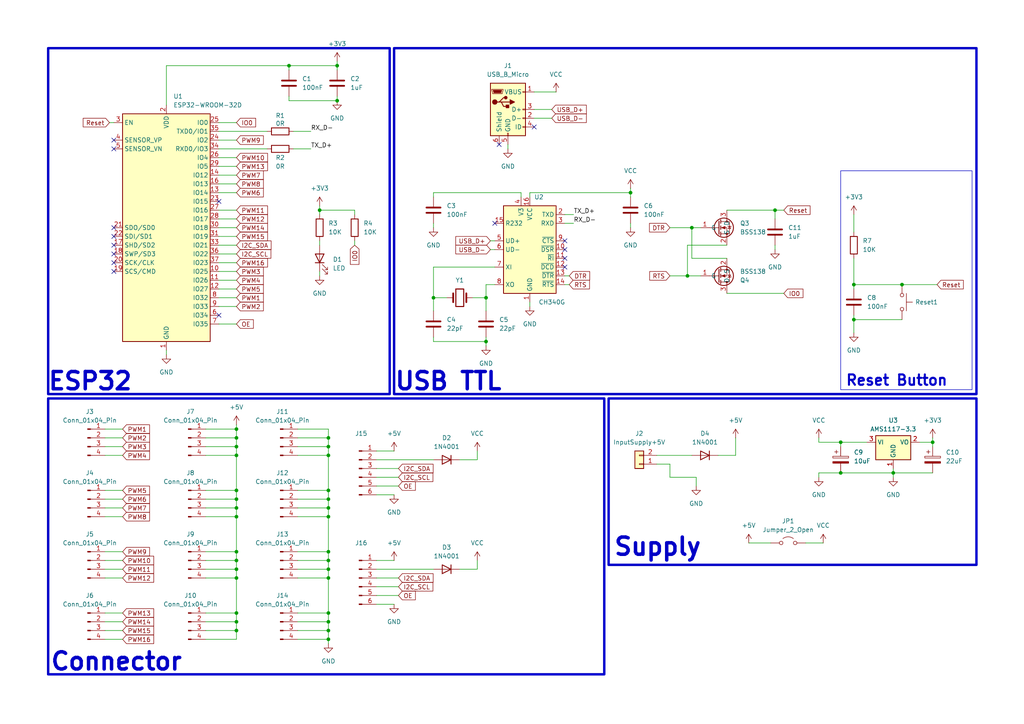
<source format=kicad_sch>
(kicad_sch (version 20250114) (generator "eeschema") (generator_version "9.0")
  (paper "A4")
  (title_block (title "PCA9685_ESP32") (date "2025-01-25") (rev "1"))
  (lib_symbols
    (symbol "+3V3_1" (power) (pin_numbers (hide yes)) (pin_names (offset 0) (hide yes))
      (property "Value" "+3V3" (at 0 3.556 0))
      (symbol "+3V3_1_1_1"
        (pin power_in line (at 0 0 90) (length 0) (name "~") (number "1"))
      )
    )
    (symbol "+5V_1" (power) (pin_numbers (hide yes)) (pin_names (offset 0) (hide yes))
      (property "Value" "+5V" (at 0 3.556 0))
      (symbol "+5V_1_1_1"
        (pin power_in line (at 0 0 90) (length 0) (name "~") (number "1"))
      )
    )
    (symbol "+5V_2" (power) (pin_numbers (hide yes)) (pin_names (offset 0) (hide yes))
      (property "Value" "+5V" (at 0 3.556 0))
      (symbol "+5V_2_1_1"
        (pin power_in line (at 0 0 90) (length 0) (name "~") (number "1"))
      )
    )
    (symbol "Connector:Conn_01x04_Pin" (pin_names (offset 1.016) (hide yes))
      (property "Reference" "J" (at 0 5.08 0))
      (property "Value" "Conn_01x04_Pin" (at 0 -7.62 0))
      (symbol "Conn_01x04_Pin_1_1"
        (pin passive line (at 5.08 2.54 180) (length 3.81) (name "Pin_1") (number "1"))
        (pin passive line (at 5.08 0 180) (length 3.81) (name "Pin_2") (number "2"))
        (pin passive line (at 5.08 -2.54 180) (length 3.81) (name "Pin_3") (number "3"))
        (pin passive line (at 5.08 -5.08 180) (length 3.81) (name "Pin_4") (number "4"))
      )
    )
    (symbol "Connector:Conn_01x06_Pin" (pin_names (offset 1.016) (hide yes))
      (property "Reference" "J" (at 0 7.62 0))
      (property "Value" "Conn_01x06_Pin" (at 0 -10.16 0))
      (symbol "Conn_01x06_Pin_1_1"
        (pin passive line (at 5.08 5.08 180) (length 3.81) (name "Pin_1") (number "1"))
        (pin passive line (at 5.08 2.54 180) (length 3.81) (name "Pin_2") (number "2"))
        (pin passive line (at 5.08 0 180) (length 3.81) (name "Pin_3") (number "3"))
        (pin passive line (at 5.08 -2.54 180) (length 3.81) (name "Pin_4") (number "4"))
        (pin passive line (at 5.08 -5.08 180) (length 3.81) (name "Pin_5") (number "5"))
        (pin passive line (at 5.08 -7.62 180) (length 3.81) (name "Pin_6") (number "6"))
      )
    )
    (symbol "Connector:USB_B_Micro" (pin_names (offset 1.016))
      (property "Reference" "J" (at -5.08 11.43 0))
      (property "Value" "USB_B_Micro" (at -5.08 8.89 0))
      (symbol "USB_B_Micro_1_1"
        (pin passive line (at -2.54 -10.16 90) (length 2.54) (name "Shield") (number "6"))
        (pin power_out line (at 0 -10.16 90) (length 2.54) (name "GND") (number "5"))
        (pin power_out line (at 7.62 5.08 180) (length 2.54) (name "VBUS") (number "1"))
        (pin bidirectional line (at 7.62 0 180) (length 2.54) (name "D+") (number "3"))
        (pin bidirectional line (at 7.62 -2.54 180) (length 2.54) (name "D-") (number "2"))
        (pin passive line (at 7.62 -5.08 180) (length 2.54) (name "ID") (number "4"))
      )
    )
    (symbol "Connector_Generic:Conn_01x02" (pin_names (offset 1.016) (hide yes))
      (property "Reference" "J" (at 0 2.54 0))
      (property "Value" "Conn_01x02" (at 0 -5.08 0))
      (symbol "Conn_01x02_1_1"
        (pin passive line (at -5.08 0 0) (length 3.81) (name "Pin_1") (number "1"))
        (pin passive line (at -5.08 -2.54 0) (length 3.81) (name "Pin_2") (number "2"))
      )
    )
    (symbol "Device:C" (pin_numbers (hide yes)) (pin_names (offset 0.254))
      (property "Reference" "C" (at 0.635 2.54 0))
      (property "Value" "C" (at 0.635 -2.54 0))
      (symbol "C_1_1"
        (pin passive line (at 0 3.81 270) (length 2.794) (name "~") (number "1"))
        (pin passive line (at 0 -3.81 90) (length 2.794) (name "~") (number "2"))
      )
    )
    (symbol "Device:C_Polarized" (pin_numbers (hide yes)) (pin_names (offset 0.254))
      (property "Reference" "C" (at 0.635 2.54 0))
      (property "Value" "C_Polarized" (at 0.635 -2.54 0))
      (symbol "C_Polarized_1_1"
        (pin passive line (at 0 3.81 270) (length 2.794) (name "~") (number "1"))
        (pin passive line (at 0 -3.81 90) (length 2.794) (name "~") (number "2"))
      )
    )
    (symbol "Device:Crystal" (pin_numbers (hide yes)) (pin_names (offset 1.016) (hide yes))
      (property "Reference" "Y" (at 0 3.81 0))
      (property "Value" "Crystal" (at 0 -3.81 0))
      (symbol "Crystal_1_1"
        (pin passive line (at -3.81 0 0) (length 1.27) (name "1") (number "1"))
        (pin passive line (at 3.81 0 180) (length 1.27) (name "2") (number "2"))
      )
    )
    (symbol "Device:LED" (pin_numbers (hide yes)) (pin_names (offset 1.016) (hide yes))
      (property "Reference" "D" (at 0 2.54 0))
      (property "Value" "LED" (at 0 -2.54 0))
      (symbol "LED_1_1"
        (pin passive line (at -3.81 0 0) (length 2.54) (name "K") (number "1"))
        (pin passive line (at 3.81 0 180) (length 2.54) (name "A") (number "2"))
      )
    )
    (symbol "Device:R" (pin_numbers (hide yes)) (pin_names (offset 0))
      (property "Reference" "R" (at 2.032 0 90))
      (property "Value" "R" (at 0 0 90))
      (symbol "R_1_1"
        (pin passive line (at 0 3.81 270) (length 1.27) (name "~") (number "1"))
        (pin passive line (at 0 -3.81 90) (length 1.27) (name "~") (number "2"))
      )
    )
    (symbol "Diode:1N4001" (pin_numbers (hide yes)) (pin_names (hide yes))
      (property "Reference" "D" (at 0 2.54 0))
      (property "Value" "1N4001" (at 0 -2.54 0))
      (symbol "1N4001_1_1"
        (pin passive line (at -3.81 0 0) (length 2.54) (name "K") (number "1"))
        (pin passive line (at 3.81 0 180) (length 2.54) (name "A") (number "2"))
      )
    )
    (symbol "Interface_USB:CH340G"
      (property "Reference" "U" (at -5.08 13.97 0))
      (property "Value" "CH340G" (at 1.27 13.97 0))
      (symbol "CH340G_1_1"
        (pin input line (at -10.16 7.62 0) (length 2.54) (name "R232") (number "15"))
        (pin bidirectional line (at -10.16 2.54 0) (length 2.54) (name "UD+") (number "5"))
        (pin bidirectional line (at -10.16 0 0) (length 2.54) (name "UD-") (number "6"))
        (pin input line (at -10.16 -5.08 0) (length 2.54) (name "XI") (number "7"))
        (pin output line (at -10.16 -10.16 0) (length 2.54) (name "XO") (number "8"))
        (pin passive line (at -2.54 15.24 270) (length 2.54) (name "V3") (number "4"))
        (pin power_in line (at 0 15.24 270) (length 2.54) (name "VCC") (number "16"))
        (pin power_in line (at 0 -15.24 90) (length 2.54) (name "GND") (number "1"))
        (pin output line (at 10.16 10.16 180) (length 2.54) (name "TXD") (number "2"))
        (pin input line (at 10.16 7.62 180) (length 2.54) (name "RXD") (number "3"))
        (pin input line (at 10.16 2.54 180) (length 2.54) (name "~{CTS}") (number "9"))
        (pin input line (at 10.16 0 180) (length 2.54) (name "~{DSR}") (number "10"))
        (pin input line (at 10.16 -2.54 180) (length 2.54) (name "~{RI}") (number "11"))
        (pin input line (at 10.16 -5.08 180) (length 2.54) (name "~{DCD}") (number "12"))
        (pin output line (at 10.16 -7.62 180) (length 2.54) (name "~{DTR}") (number "13"))
        (pin output line (at 10.16 -10.16 180) (length 2.54) (name "~{RTS}") (number "14"))
      )
    )
    (symbol "Jumper:Jumper_2_Open" (pin_numbers (hide yes)) (pin_names (offset 0) (hide yes)) (exclude_from_sim yes)
      (property "Reference" "JP" (at 0 2.794 0))
      (property "Value" "Jumper_2_Open" (at 0 -2.286 0))
      (symbol "Jumper_2_Open_1_1"
        (pin passive line (at -5.08 0 0) (length 2.54) (name "A") (number "1"))
        (pin passive line (at 5.08 0 180) (length 2.54) (name "B") (number "2"))
      )
    )
    (symbol "RF_Module:ESP32-WROOM-32D"
      (property "Reference" "U" (at -12.7 34.29 0))
      (property "Value" "ESP32-WROOM-32D" (at 1.27 34.29 0))
      (symbol "ESP32-WROOM-32D_1_1"
        (pin input line (at -15.24 30.48 0) (length 2.54) (name "EN") (number "3"))
        (pin input line (at -15.24 25.4 0) (length 2.54) (name "SENSOR_VP") (number "4"))
        (pin input line (at -15.24 22.86 0) (length 2.54) (name "SENSOR_VN") (number "5"))
        (pin bidirectional line (at -15.24 0 0) (length 2.54) (name "SDO/SD0") (number "21"))
        (pin bidirectional line (at -15.24 -2.54 0) (length 2.54) (name "SDI/SD1") (number "22"))
        (pin bidirectional line (at -15.24 -5.08 0) (length 2.54) (name "SHD/SD2") (number "17"))
        (pin bidirectional line (at -15.24 -7.62 0) (length 2.54) (name "SWP/SD3") (number "18"))
        (pin bidirectional line (at -15.24 -10.16 0) (length 2.54) (name "SCK/CLK") (number "20"))
        (pin bidirectional line (at -15.24 -12.7 0) (length 2.54) (name "SCS/CMD") (number "19"))
        (pin no_connect line (at -12.7 -27.94 0) (length 2.54) (hide yes) (name "NC") (number "32"))
        (pin power_in line (at 0 35.56 270) (length 2.54) (name "VDD") (number "2"))
        (pin power_in line (at 0 -35.56 90) (length 2.54) (name "GND") (number "1"))
        (pin passive line (at 0 -35.56 90) (length 2.54) (hide yes) (name "GND") (number "15"))
        (pin passive line (at 0 -35.56 90) (length 2.54) (hide yes) (name "GND") (number "38"))
        (pin passive line (at 0 -35.56 90) (length 2.54) (hide yes) (name "GND") (number "39"))
        (pin bidirectional line (at 15.24 30.48 180) (length 2.54) (name "IO0") (number "25"))
        (pin bidirectional line (at 15.24 27.94 180) (length 2.54) (name "TXD0/IO1") (number "35"))
        (pin bidirectional line (at 15.24 25.4 180) (length 2.54) (name "IO2") (number "24"))
        (pin bidirectional line (at 15.24 22.86 180) (length 2.54) (name "RXD0/IO3") (number "34"))
        (pin bidirectional line (at 15.24 20.32 180) (length 2.54) (name "IO4") (number "26"))
        (pin bidirectional line (at 15.24 17.78 180) (length 2.54) (name "IO5") (number "29"))
        (pin bidirectional line (at 15.24 15.24 180) (length 2.54) (name "IO12") (number "14"))
        (pin bidirectional line (at 15.24 12.7 180) (length 2.54) (name "IO13") (number "16"))
        (pin bidirectional line (at 15.24 10.16 180) (length 2.54) (name "IO14") (number "13"))
        (pin bidirectional line (at 15.24 7.62 180) (length 2.54) (name "IO15") (number "23"))
        (pin bidirectional line (at 15.24 5.08 180) (length 2.54) (name "IO16") (number "27"))
        (pin bidirectional line (at 15.24 2.54 180) (length 2.54) (name "IO17") (number "28"))
        (pin bidirectional line (at 15.24 0 180) (length 2.54) (name "IO18") (number "30"))
        (pin bidirectional line (at 15.24 -2.54 180) (length 2.54) (name "IO19") (number "31"))
        (pin bidirectional line (at 15.24 -5.08 180) (length 2.54) (name "IO21") (number "33"))
        (pin bidirectional line (at 15.24 -7.62 180) (length 2.54) (name "IO22") (number "36"))
        (pin bidirectional line (at 15.24 -10.16 180) (length 2.54) (name "IO23") (number "37"))
        (pin bidirectional line (at 15.24 -12.7 180) (length 2.54) (name "IO25") (number "10"))
        (pin bidirectional line (at 15.24 -15.24 180) (length 2.54) (name "IO26") (number "11"))
        (pin bidirectional line (at 15.24 -17.78 180) (length 2.54) (name "IO27") (number "12"))
        (pin bidirectional line (at 15.24 -20.32 180) (length 2.54) (name "IO32") (number "8"))
        (pin bidirectional line (at 15.24 -22.86 180) (length 2.54) (name "IO33") (number "9"))
        (pin input line (at 15.24 -25.4 180) (length 2.54) (name "IO34") (number "6"))
        (pin input line (at 15.24 -27.94 180) (length 2.54) (name "IO35") (number "7"))
      )
    )
    (symbol "Regulator_Linear:AMS1117-3.3"
      (property "Reference" "U" (at -3.81 3.175 0))
      (property "Value" "AMS1117-3.3" (at 0 3.175 0))
      (symbol "AMS1117-3.3_1_1"
        (pin power_in line (at -7.62 0 0) (length 2.54) (name "VI") (number "3"))
        (pin power_in line (at 0 -7.62 90) (length 2.54) (name "GND") (number "1"))
        (pin power_out line (at 7.62 0 180) (length 2.54) (name "VO") (number "2"))
      )
    )
    (symbol "Switch:SW_Push" (pin_numbers (hide yes)) (pin_names (offset 1.016) (hide yes))
      (property "Reference" "SW" (at 1.27 2.54 0))
      (property "Value" "SW_Push" (at 0 -1.524 0))
      (symbol "SW_Push_0_1"
        (pin passive line (at -5.08 0 0) (length 2.54) (name "1") (number "1"))
        (pin passive line (at 5.08 0 180) (length 2.54) (name "2") (number "2"))
      )
    )
    (symbol "Transistor_FET:BSS138"
      (property "Reference" "Q" (at 5.08 1.905 0))
      (property "Value" "BSS138" (at 5.08 0 0))
      (symbol "BSS138_1_1"
        (pin input line (at -5.08 0 0) (length 2.54) (name "G") (number "1"))
        (pin passive line (at 2.54 5.08 270) (length 2.54) (name "D") (number "3"))
        (pin passive line (at 2.54 -5.08 90) (length 2.54) (name "S") (number "2"))
      )
    )
    (symbol "power:+3V3" (power) (pin_names (offset 0))
      (property "Value" "+3V3" (at 0 3.556 0))
      (symbol "+3V3_1_1"
        (pin power_in line (at 0 0 90) (length 0) (hide yes) (name "+3V3") (number "1"))
      )
    )
    (symbol "power:+5V" (power) (pin_names (offset 0))
      (property "Value" "+5V" (at 0 3.556 0))
      (symbol "+5V_1_1"
        (pin power_in line (at 0 0 90) (length 0) (hide yes) (name "+5V") (number "1"))
      )
    )
    (symbol "power:GND" (power) (pin_names (offset 0))
      (property "Value" "GND" (at 0 -3.81 0))
      (symbol "GND_1_1"
        (pin power_in line (at 0 0 270) (length 0) (hide yes) (name "GND") (number "1"))
      )
    )
    (symbol "power:VCC" (power) (pin_numbers (hide yes)) (pin_names (offset 0) (hide yes))
      (property "Value" "VCC" (at 0 3.556 0))
      (symbol "VCC_1_1"
        (pin power_in line (at 0 0 90) (length 0) (name "~") (number "1"))
      )
    )
  )
  (rectangle (start 243.84 49.53) (end 281.94 113.03))
  (rectangle (start 13.97 115.57) (end 175.26 195.58) (stroke (width 0.7)))
  (rectangle (start 13.97 13.97) (end 113.03 114.3) (stroke (width 0.7)))
  (rectangle (start 176.53 115.57) (end 283.21 163.83) (stroke (width 0.7)))
  (rectangle (start 114.3 13.97) (end 283.21 114.3) (stroke (width 0.7)))
  (text "Connector" (at 33.782 192.024 0) (effects (font (size 5 5) (thickness 1) (bold yes))))
  (text "Reset Button" (at 260.096 110.49 0) (effects (font (size 3 3) (thickness 0.6) (bold yes))))
  (text "ESP32\n" (at 26.162 110.744 0) (effects (font (size 5 5) (thickness 1) (bold yes))))
  (text "USB TTL" (at 130.048 110.744 0) (effects (font (size 5 5) (thickness 1) (bold yes))))
  (text "Supply" (at 190.754 158.75 0) (effects (font (size 5 5) (thickness 1) (bold yes))))
  (junction (at 95.25 167.64))
  (junction (at 140.97 99.06))
  (junction (at 68.58 127))
  (junction (at 95.25 180.34))
  (junction (at 199.39 80.01))
  (junction (at 243.84 128.27))
  (junction (at 95.25 127))
  (junction (at 68.58 162.56))
  (junction (at 95.25 162.56))
  (junction (at 68.58 124.46))
  (junction (at 68.58 129.54))
  (junction (at 125.73 86.36))
  (junction (at 68.58 144.78))
  (junction (at 68.58 182.88))
  (junction (at 200.66 66.04))
  (junction (at 68.58 142.24))
  (junction (at 95.25 147.32))
  (junction (at 97.79 29.21))
  (junction (at 95.25 132.08))
  (junction (at 95.25 142.24))
  (junction (at 182.88 55.88))
  (junction (at 68.58 149.86))
  (junction (at 95.25 144.78))
  (junction (at 243.84 137.16))
  (junction (at 95.25 165.1))
  (junction (at 259.08 137.16))
  (junction (at 95.25 129.54))
  (junction (at 140.97 86.36))
  (junction (at 95.25 149.86))
  (junction (at 247.65 82.55))
  (junction (at 68.58 180.34))
  (junction (at 92.71 60.96))
  (junction (at 68.58 132.08))
  (junction (at 97.79 19.05))
  (junction (at 83.82 19.05))
  (junction (at 247.65 92.71))
  (junction (at 224.79 60.96))
  (junction (at 270.51 128.27))
  (junction (at 68.58 160.02))
  (junction (at 95.25 177.8))
  (junction (at 68.58 167.64))
  (junction (at 95.25 160.02))
  (junction (at 68.58 177.8))
  (junction (at 68.58 165.1))
  (junction (at 95.25 185.42))
  (junction (at 68.58 147.32))
  (junction (at 95.25 182.88))
  (junction (at 261.62 82.55))
  (no_connect (at 33.02 78.74))
  (no_connect (at 33.02 76.2))
  (no_connect (at 163.83 69.85))
  (no_connect (at 63.5 91.44))
  (no_connect (at 63.5 58.42))
  (no_connect (at 33.02 68.58))
  (no_connect (at 144.78 41.91))
  (no_connect (at 33.02 66.04))
  (no_connect (at 33.02 40.64))
  (no_connect (at 163.83 77.47))
  (no_connect (at 143.51 64.77))
  (no_connect (at 33.02 73.66))
  (no_connect (at 163.83 72.39))
  (no_connect (at 154.94 36.83))
  (no_connect (at 163.83 74.93))
  (no_connect (at 33.02 71.12))
  (no_connect (at 33.02 43.18))
  (wire (pts (xy 109.22 175.26) (xy 114.3 175.26)))
  (wire (pts (xy 137.16 86.36) (xy 140.97 86.36)))
  (wire (pts (xy 30.48 160.02) (xy 35.56 160.02)))
  (wire (pts (xy 217.17 157.48) (xy 223.52 157.48)))
  (wire (pts (xy 85.09 43.18) (xy 90.17 43.18)))
  (wire (pts (xy 125.73 66.04) (xy 125.73 64.77)))
  (wire (pts (xy 243.84 137.16) (xy 259.08 137.16)))
  (wire (pts (xy 59.69 185.42) (xy 68.58 185.42)))
  (wire (pts (xy 30.48 132.08) (xy 35.56 132.08)))
  (wire (pts (xy 30.48 180.34) (xy 35.56 180.34)))
  (wire (pts (xy 151.13 55.88) (xy 151.13 57.15)))
  (wire (pts (xy 59.69 160.02) (xy 68.58 160.02)))
  (wire (pts (xy 201.93 138.43) (xy 201.93 140.97)))
  (wire (pts (xy 95.25 147.32) (xy 95.25 144.78)))
  (wire (pts (xy 154.94 34.29) (xy 160.02 34.29)))
  (wire (pts (xy 63.5 50.8) (xy 68.58 50.8)))
  (wire (pts (xy 63.5 53.34) (xy 68.58 53.34)))
  (wire (pts (xy 68.58 162.56) (xy 68.58 160.02)))
  (wire (pts (xy 63.5 60.96) (xy 68.58 60.96)))
  (wire (pts (xy 92.71 60.96) (xy 102.87 60.96)))
  (wire (pts (xy 59.69 144.78) (xy 68.58 144.78)))
  (wire (pts (xy 30.48 144.78) (xy 35.56 144.78)))
  (wire (pts (xy 86.36 165.1) (xy 95.25 165.1)))
  (wire (pts (xy 165.1 80.01) (xy 163.83 80.01)))
  (wire (pts (xy 200.66 66.04) (xy 203.2 66.04)))
  (wire (pts (xy 63.5 88.9) (xy 68.58 88.9)))
  (wire (pts (xy 86.36 185.42) (xy 95.25 185.42)))
  (wire (pts (xy 48.26 101.6) (xy 48.26 102.87)))
  (wire (pts (xy 210.82 85.09) (xy 227.33 85.09)))
  (wire (pts (xy 109.22 172.72) (xy 115.57 172.72)))
  (wire (pts (xy 154.94 26.67) (xy 161.29 26.67)))
  (wire (pts (xy 102.87 62.23) (xy 102.87 60.96)))
  (wire (pts (xy 125.73 97.79) (xy 125.73 99.06)))
  (wire (pts (xy 142.24 69.85) (xy 143.51 69.85)))
  (wire (pts (xy 83.82 19.05) (xy 83.82 20.32)))
  (wire (pts (xy 59.69 167.64) (xy 68.58 167.64)))
  (wire (pts (xy 140.97 82.55) (xy 143.51 82.55)))
  (wire (pts (xy 261.62 82.55) (xy 247.65 82.55)))
  (wire (pts (xy 97.79 19.05) (xy 97.79 20.32)))
  (wire (pts (xy 190.5 132.08) (xy 200.66 132.08)))
  (wire (pts (xy 194.31 66.04) (xy 200.66 66.04)))
  (wire (pts (xy 86.36 160.02) (xy 95.25 160.02)))
  (wire (pts (xy 63.5 48.26) (xy 68.58 48.26)))
  (wire (pts (xy 86.36 167.64) (xy 95.25 167.64)))
  (wire (pts (xy 194.31 138.43) (xy 201.93 138.43)))
  (wire (pts (xy 30.48 185.42) (xy 35.56 185.42)))
  (wire (pts (xy 97.79 17.78) (xy 97.79 19.05)))
  (wire (pts (xy 95.25 167.64) (xy 95.25 165.1)))
  (wire (pts (xy 59.69 180.34) (xy 68.58 180.34)))
  (wire (pts (xy 92.71 60.96) (xy 92.71 62.23)))
  (wire (pts (xy 30.48 167.64) (xy 35.56 167.64)))
  (wire (pts (xy 224.79 60.96) (xy 224.79 63.5)))
  (wire (pts (xy 86.36 127) (xy 95.25 127)))
  (wire (pts (xy 63.5 71.12) (xy 68.58 71.12)))
  (wire (pts (xy 95.25 180.34) (xy 95.25 177.8)))
  (wire (pts (xy 133.35 133.35) (xy 138.43 133.35)))
  (wire (pts (xy 125.73 77.47) (xy 125.73 86.36)))
  (wire (pts (xy 59.69 129.54) (xy 68.58 129.54)))
  (wire (pts (xy 154.94 31.75) (xy 160.02 31.75)))
  (wire (pts (xy 125.73 86.36) (xy 125.73 90.17)))
  (wire (pts (xy 68.58 185.42) (xy 68.58 182.88)))
  (wire (pts (xy 95.25 177.8) (xy 95.25 167.64)))
  (wire (pts (xy 233.68 157.48) (xy 238.76 157.48)))
  (wire (pts (xy 86.36 142.24) (xy 95.25 142.24)))
  (wire (pts (xy 92.71 80.01) (xy 92.71 78.74)))
  (wire (pts (xy 63.5 45.72) (xy 68.58 45.72)))
  (wire (pts (xy 210.82 71.12) (xy 199.39 71.12)))
  (wire (pts (xy 95.25 132.08) (xy 95.25 129.54)))
  (wire (pts (xy 140.97 97.79) (xy 140.97 99.06)))
  (wire (pts (xy 30.48 149.86) (xy 35.56 149.86)))
  (wire (pts (xy 125.73 57.15) (xy 125.73 55.88)))
  (wire (pts (xy 109.22 167.64) (xy 115.57 167.64)))
  (wire (pts (xy 68.58 142.24) (xy 68.58 132.08)))
  (wire (pts (xy 63.5 43.18) (xy 77.47 43.18)))
  (wire (pts (xy 63.5 86.36) (xy 68.58 86.36)))
  (wire (pts (xy 30.48 142.24) (xy 35.56 142.24)))
  (wire (pts (xy 86.36 177.8) (xy 95.25 177.8)))
  (wire (pts (xy 247.65 82.55) (xy 247.65 83.82)))
  (wire (pts (xy 86.36 124.46) (xy 95.25 124.46)))
  (wire (pts (xy 247.65 62.23) (xy 247.65 67.31)))
  (wire (pts (xy 166.37 64.77) (xy 163.83 64.77)))
  (wire (pts (xy 147.32 41.91) (xy 147.32 43.18)))
  (wire (pts (xy 30.48 162.56) (xy 35.56 162.56)))
  (wire (pts (xy 59.69 127) (xy 68.58 127)))
  (wire (pts (xy 68.58 129.54) (xy 68.58 127)))
  (wire (pts (xy 30.48 182.88) (xy 35.56 182.88)))
  (wire (pts (xy 166.37 62.23) (xy 163.83 62.23)))
  (wire (pts (xy 270.51 137.16) (xy 259.08 137.16)))
  (wire (pts (xy 140.97 86.36) (xy 140.97 82.55)))
  (wire (pts (xy 210.82 74.93) (xy 200.66 74.93)))
  (wire (pts (xy 92.71 69.85) (xy 92.71 71.12)))
  (wire (pts (xy 97.79 27.94) (xy 97.79 29.21)))
  (wire (pts (xy 109.22 133.35) (xy 125.73 133.35)))
  (wire (pts (xy 95.25 185.42) (xy 95.25 186.69)))
  (wire (pts (xy 182.88 54.61) (xy 182.88 55.88)))
  (wire (pts (xy 140.97 99.06) (xy 140.97 100.33)))
  (wire (pts (xy 259.08 137.16) (xy 259.08 138.43)))
  (wire (pts (xy 153.67 57.15) (xy 153.67 55.88)))
  (wire (pts (xy 63.5 73.66) (xy 68.58 73.66)))
  (wire (pts (xy 86.36 182.88) (xy 95.25 182.88)))
  (wire (pts (xy 102.87 71.12) (xy 102.87 69.85)))
  (wire (pts (xy 237.49 137.16) (xy 243.84 137.16)))
  (wire (pts (xy 63.5 66.04) (xy 68.58 66.04)))
  (wire (pts (xy 30.48 124.46) (xy 35.56 124.46)))
  (wire (pts (xy 95.25 182.88) (xy 95.25 180.34)))
  (wire (pts (xy 95.25 185.42) (xy 95.25 182.88)))
  (wire (pts (xy 68.58 177.8) (xy 68.58 167.64)))
  (wire (pts (xy 59.69 147.32) (xy 68.58 147.32)))
  (wire (pts (xy 182.88 66.04) (xy 182.88 64.77)))
  (wire (pts (xy 68.58 147.32) (xy 68.58 144.78)))
  (wire (pts (xy 59.69 142.24) (xy 68.58 142.24)))
  (wire (pts (xy 95.25 149.86) (xy 95.25 147.32)))
  (wire (pts (xy 59.69 177.8) (xy 68.58 177.8)))
  (wire (pts (xy 237.49 127) (xy 237.49 128.27)))
  (wire (pts (xy 63.5 40.64) (xy 68.58 40.64)))
  (wire (pts (xy 125.73 99.06) (xy 140.97 99.06)))
  (wire (pts (xy 30.48 147.32) (xy 35.56 147.32)))
  (wire (pts (xy 165.1 82.55) (xy 163.83 82.55)))
  (wire (pts (xy 86.36 162.56) (xy 95.25 162.56)))
  (wire (pts (xy 59.69 162.56) (xy 68.58 162.56)))
  (wire (pts (xy 182.88 55.88) (xy 182.88 57.15)))
  (wire (pts (xy 86.36 149.86) (xy 95.25 149.86)))
  (wire (pts (xy 109.22 143.51) (xy 114.3 143.51)))
  (wire (pts (xy 83.82 29.21) (xy 97.79 29.21)))
  (wire (pts (xy 83.82 19.05) (xy 97.79 19.05)))
  (wire (pts (xy 86.36 147.32) (xy 95.25 147.32)))
  (wire (pts (xy 68.58 167.64) (xy 68.58 165.1)))
  (wire (pts (xy 133.35 165.1) (xy 138.43 165.1)))
  (wire (pts (xy 109.22 165.1) (xy 125.73 165.1)))
  (wire (pts (xy 243.84 128.27) (xy 243.84 129.54)))
  (wire (pts (xy 247.65 91.44) (xy 247.65 92.71)))
  (wire (pts (xy 194.31 134.62) (xy 190.5 134.62)))
  (wire (pts (xy 237.49 138.43) (xy 237.49 137.16)))
  (wire (pts (xy 48.26 19.05) (xy 83.82 19.05)))
  (wire (pts (xy 85.09 38.1) (xy 90.17 38.1)))
  (wire (pts (xy 261.62 92.71) (xy 247.65 92.71)))
  (wire (pts (xy 63.5 76.2) (xy 68.58 76.2)))
  (wire (pts (xy 30.48 165.1) (xy 35.56 165.1)))
  (wire (pts (xy 237.49 128.27) (xy 243.84 128.27)))
  (wire (pts (xy 68.58 123.19) (xy 68.58 124.46)))
  (wire (pts (xy 63.5 83.82) (xy 68.58 83.82)))
  (wire (pts (xy 63.5 93.98) (xy 68.58 93.98)))
  (wire (pts (xy 59.69 165.1) (xy 68.58 165.1)))
  (wire (pts (xy 95.25 160.02) (xy 95.25 149.86)))
  (wire (pts (xy 109.22 130.81) (xy 114.3 130.81)))
  (wire (pts (xy 68.58 149.86) (xy 68.58 147.32)))
  (wire (pts (xy 259.08 137.16) (xy 259.08 135.89)))
  (wire (pts (xy 213.36 127) (xy 213.36 132.08)))
  (wire (pts (xy 199.39 71.12) (xy 199.39 80.01)))
  (wire (pts (xy 208.28 132.08) (xy 213.36 132.08)))
  (wire (pts (xy 224.79 60.96) (xy 227.33 60.96)))
  (wire (pts (xy 95.25 144.78) (xy 95.25 142.24)))
  (wire (pts (xy 194.31 80.01) (xy 199.39 80.01)))
  (wire (pts (xy 68.58 165.1) (xy 68.58 162.56)))
  (wire (pts (xy 63.5 81.28) (xy 68.58 81.28)))
  (wire (pts (xy 31.75 35.56) (xy 33.02 35.56)))
  (wire (pts (xy 63.5 78.74) (xy 68.58 78.74)))
  (wire (pts (xy 63.5 55.88) (xy 68.58 55.88)))
  (wire (pts (xy 109.22 170.18) (xy 115.57 170.18)))
  (wire (pts (xy 109.22 162.56) (xy 114.3 162.56)))
  (wire (pts (xy 83.82 27.94) (xy 83.82 29.21)))
  (wire (pts (xy 92.71 59.69) (xy 92.71 60.96)))
  (wire (pts (xy 63.5 35.56) (xy 68.58 35.56)))
  (wire (pts (xy 68.58 144.78) (xy 68.58 142.24)))
  (wire (pts (xy 109.22 138.43) (xy 115.57 138.43)))
  (wire (pts (xy 109.22 140.97) (xy 115.57 140.97)))
  (wire (pts (xy 30.48 127) (xy 35.56 127)))
  (wire (pts (xy 125.73 55.88) (xy 151.13 55.88)))
  (wire (pts (xy 261.62 82.55) (xy 271.78 82.55)))
  (wire (pts (xy 153.67 88.9) (xy 153.67 87.63)))
  (wire (pts (xy 140.97 90.17) (xy 140.97 86.36)))
  (wire (pts (xy 199.39 80.01) (xy 203.2 80.01)))
  (wire (pts (xy 63.5 63.5) (xy 68.58 63.5)))
  (wire (pts (xy 138.43 162.56) (xy 138.43 165.1)))
  (wire (pts (xy 68.58 132.08) (xy 68.58 129.54)))
  (wire (pts (xy 210.82 60.96) (xy 224.79 60.96)))
  (wire (pts (xy 59.69 124.46) (xy 68.58 124.46)))
  (wire (pts (xy 270.51 128.27) (xy 270.51 129.54)))
  (wire (pts (xy 266.7 128.27) (xy 270.51 128.27)))
  (wire (pts (xy 59.69 182.88) (xy 68.58 182.88)))
  (wire (pts (xy 95.25 129.54) (xy 95.25 127)))
  (wire (pts (xy 224.79 71.12) (xy 224.79 72.39)))
  (wire (pts (xy 251.46 128.27) (xy 243.84 128.27)))
  (wire (pts (xy 194.31 134.62) (xy 194.31 138.43)))
  (wire (pts (xy 129.54 86.36) (xy 125.73 86.36)))
  (wire (pts (xy 200.66 74.93) (xy 200.66 66.04)))
  (wire (pts (xy 68.58 180.34) (xy 68.58 177.8)))
  (wire (pts (xy 138.43 130.81) (xy 138.43 133.35)))
  (wire (pts (xy 95.25 142.24) (xy 95.25 132.08)))
  (wire (pts (xy 95.25 165.1) (xy 95.25 162.56)))
  (wire (pts (xy 59.69 149.86) (xy 68.58 149.86)))
  (wire (pts (xy 48.26 30.48) (xy 48.26 19.05)))
  (wire (pts (xy 86.36 129.54) (xy 95.25 129.54)))
  (wire (pts (xy 30.48 129.54) (xy 35.56 129.54)))
  (wire (pts (xy 109.22 135.89) (xy 115.57 135.89)))
  (wire (pts (xy 59.69 132.08) (xy 68.58 132.08)))
  (wire (pts (xy 86.36 180.34) (xy 95.25 180.34)))
  (wire (pts (xy 270.51 127) (xy 270.51 128.27)))
  (wire (pts (xy 247.65 74.93) (xy 247.65 82.55)))
  (wire (pts (xy 63.5 38.1) (xy 77.47 38.1)))
  (wire (pts (xy 95.25 162.56) (xy 95.25 160.02)))
  (wire (pts (xy 68.58 127) (xy 68.58 124.46)))
  (wire (pts (xy 86.36 144.78) (xy 95.25 144.78)))
  (wire (pts (xy 86.36 132.08) (xy 95.25 132.08)))
  (wire (pts (xy 68.58 182.88) (xy 68.58 180.34)))
  (wire (pts (xy 143.51 77.47) (xy 125.73 77.47)))
  (wire (pts (xy 153.67 55.88) (xy 182.88 55.88)))
  (wire (pts (xy 68.58 160.02) (xy 68.58 149.86)))
  (wire (pts (xy 63.5 68.58) (xy 68.58 68.58)))
  (wire (pts (xy 95.25 127) (xy 95.25 124.46)))
  (wire (pts (xy 142.24 72.39) (xy 143.51 72.39)))
  (wire (pts (xy 247.65 92.71) (xy 247.65 96.52)))
  (wire (pts (xy 30.48 177.8) (xy 35.56 177.8)))
  (label "TX_D+" (at 166.37 62.23 0))
  (label "RX_D-" (at 166.37 64.77 0))
  (label "TX_D+" (at 90.17 43.18 0))
  (label "RX_D-" (at 90.17 38.1 0))
  (global_label "I2C_SCL" (shape input) (at 115.57 170.18 0) (property "Intersheetrefs" "${INTERSHEET_REFS}" (effects (hide yes))))
  (global_label "I2C_SDA" (shape input) (at 115.57 167.64 0) (property "Intersheetrefs" "${INTERSHEET_REFS}" (effects (hide yes))))
  (global_label "PWM9" (shape input) (at 35.56 160.02 0) (property "Intersheetrefs" "${INTERSHEET_REFS}" (effects (hide yes))))
  (global_label "OE" (shape input) (at 68.58 93.98 0) (property "Intersheetrefs" "${INTERSHEET_REFS}" (effects (hide yes))))
  (global_label "OE" (shape input) (at 115.57 140.97 0) (property "Intersheetrefs" "${INTERSHEET_REFS}" (effects (hide yes))))
  (global_label "PWM10" (shape input) (at 68.58 45.72 0) (property "Intersheetrefs" "${INTERSHEET_REFS}" (effects (hide yes))))
  (global_label "I2C_SCL" (shape input) (at 68.58 73.66 0) (property "Intersheetrefs" "${INTERSHEET_REFS}" (effects (hide yes))))
  (global_label "PWM3" (shape input) (at 68.58 78.74 0) (property "Intersheetrefs" "${INTERSHEET_REFS}" (effects (hide yes))))
  (global_label "PWM1" (shape input) (at 35.56 124.46 0) (property "Intersheetrefs" "${INTERSHEET_REFS}" (effects (hide yes))))
  (global_label "PWM2" (shape input) (at 68.58 88.9 0) (property "Intersheetrefs" "${INTERSHEET_REFS}" (effects (hide yes))))
  (global_label "PWM15" (shape input) (at 35.56 182.88 0) (property "Intersheetrefs" "${INTERSHEET_REFS}" (effects (hide yes))))
  (global_label "PWM12" (shape input) (at 68.58 63.5 0) (property "Intersheetrefs" "${INTERSHEET_REFS}" (effects (hide yes))))
  (global_label "Reset" (shape input) (at 31.75 35.56 180) (property "Intersheetrefs" "${INTERSHEET_REFS}" (effects (hide yes))))
  (global_label "PWM4" (shape input) (at 35.56 132.08 0) (property "Intersheetrefs" "${INTERSHEET_REFS}" (effects (hide yes))))
  (global_label "PWM3" (shape input) (at 35.56 129.54 0) (property "Intersheetrefs" "${INTERSHEET_REFS}" (effects (hide yes))))
  (global_label "Reset" (shape input) (at 227.33 60.96 0) (property "Intersheetrefs" "${INTERSHEET_REFS}" (effects (hide yes))))
  (global_label "PWM8" (shape input) (at 68.58 53.34 0) (property "Intersheetrefs" "${INTERSHEET_REFS}" (effects (hide yes))))
  (global_label "I2C_SDA" (shape input) (at 115.57 135.89 0) (property "Intersheetrefs" "${INTERSHEET_REFS}" (effects (hide yes))))
  (global_label "PWM10" (shape input) (at 35.56 162.56 0) (property "Intersheetrefs" "${INTERSHEET_REFS}" (effects (hide yes))))
  (global_label "PWM1" (shape input) (at 68.58 86.36 0) (property "Intersheetrefs" "${INTERSHEET_REFS}" (effects (hide yes))))
  (global_label "PWM5" (shape input) (at 35.56 142.24 0) (property "Intersheetrefs" "${INTERSHEET_REFS}" (effects (hide yes))))
  (global_label "DTR" (shape input) (at 165.1 80.01 0) (property "Intersheetrefs" "${INTERSHEET_REFS}" (effects (hide yes))))
  (global_label "PWM6" (shape input) (at 35.56 144.78 0) (property "Intersheetrefs" "${INTERSHEET_REFS}" (effects (hide yes))))
  (global_label "IO0" (shape input) (at 227.33 85.09 0) (property "Intersheetrefs" "${INTERSHEET_REFS}" (effects (hide yes))))
  (global_label "PWM7" (shape input) (at 35.56 147.32 0) (property "Intersheetrefs" "${INTERSHEET_REFS}" (effects (hide yes))))
  (global_label "PWM5" (shape input) (at 68.58 83.82 0) (property "Intersheetrefs" "${INTERSHEET_REFS}" (effects (hide yes))))
  (global_label "PWM8" (shape input) (at 35.56 149.86 0) (property "Intersheetrefs" "${INTERSHEET_REFS}" (effects (hide yes))))
  (global_label "I2C_SCL" (shape input) (at 115.57 138.43 0) (property "Intersheetrefs" "${INTERSHEET_REFS}" (effects (hide yes))))
  (global_label "PWM12" (shape input) (at 35.56 167.64 0) (property "Intersheetrefs" "${INTERSHEET_REFS}" (effects (hide yes))))
  (global_label "PWM15" (shape input) (at 68.58 68.58 0) (property "Intersheetrefs" "${INTERSHEET_REFS}" (effects (hide yes))))
  (global_label "PWM11" (shape input) (at 68.58 60.96 0) (property "Intersheetrefs" "${INTERSHEET_REFS}" (effects (hide yes))))
  (global_label "Reset" (shape input) (at 271.78 82.55 0) (property "Intersheetrefs" "${INTERSHEET_REFS}" (effects (hide yes))))
  (global_label "PWM9" (shape input) (at 68.58 40.64 0) (property "Intersheetrefs" "${INTERSHEET_REFS}" (effects (hide yes))))
  (global_label "IO0" (shape input) (at 68.58 35.56 0) (property "Intersheetrefs" "${INTERSHEET_REFS}" (effects (hide yes))))
  (global_label "RTS" (shape input) (at 165.1 82.55 0) (property "Intersheetrefs" "${INTERSHEET_REFS}" (effects (hide yes))))
  (global_label "RTS" (shape input) (at 194.31 80.01 180) (property "Intersheetrefs" "${INTERSHEET_REFS}" (effects (hide yes))))
  (global_label "I2C_SDA" (shape input) (at 68.58 71.12 0) (property "Intersheetrefs" "${INTERSHEET_REFS}" (effects (hide yes))))
  (global_label "PWM11" (shape input) (at 35.56 165.1 0) (property "Intersheetrefs" "${INTERSHEET_REFS}" (effects (hide yes))))
  (global_label "USB_D-" (shape input) (at 142.24 72.39 180) (property "Intersheetrefs" "${INTERSHEET_REFS}" (effects (hide yes))))
  (global_label "PWM14" (shape input) (at 68.58 66.04 0) (property "Intersheetrefs" "${INTERSHEET_REFS}" (effects (hide yes))))
  (global_label "OE" (shape input) (at 115.57 172.72 0) (property "Intersheetrefs" "${INTERSHEET_REFS}" (effects (hide yes))))
  (global_label "IO0" (shape input) (at 102.87 71.12 270) (property "Intersheetrefs" "${INTERSHEET_REFS}" (effects (hide yes))))
  (global_label "DTR" (shape input) (at 194.31 66.04 180) (property "Intersheetrefs" "${INTERSHEET_REFS}" (effects (hide yes))))
  (global_label "PWM7" (shape input) (at 68.58 50.8 0) (property "Intersheetrefs" "${INTERSHEET_REFS}" (effects (hide yes))))
  (global_label "USB_D+" (shape input) (at 142.24 69.85 180) (property "Intersheetrefs" "${INTERSHEET_REFS}" (effects (hide yes))))
  (global_label "PWM13" (shape input) (at 68.58 48.26 0) (property "Intersheetrefs" "${INTERSHEET_REFS}" (effects (hide yes))))
  (global_label "USB_D-" (shape input) (at 160.02 34.29 0) (property "Intersheetrefs" "${INTERSHEET_REFS}" (effects (hide yes))))
  (global_label "USB_D+" (shape input) (at 160.02 31.75 0) (property "Intersheetrefs" "${INTERSHEET_REFS}" (effects (hide yes))))
  (global_label "PWM4" (shape input) (at 68.58 81.28 0) (property "Intersheetrefs" "${INTERSHEET_REFS}" (effects (hide yes))))
  (global_label "PWM13" (shape input) (at 35.56 177.8 0) (property "Intersheetrefs" "${INTERSHEET_REFS}" (effects (hide yes))))
  (global_label "PWM2" (shape input) (at 35.56 127 0) (property "Intersheetrefs" "${INTERSHEET_REFS}" (effects (hide yes))))
  (global_label "PWM16" (shape input) (at 35.56 185.42 0) (property "Intersheetrefs" "${INTERSHEET_REFS}" (effects (hide yes))))
  (global_label "PWM6" (shape input) (at 68.58 55.88 0) (property "Intersheetrefs" "${INTERSHEET_REFS}" (effects (hide yes))))
  (global_label "PWM14" (shape input) (at 35.56 180.34 0) (property "Intersheetrefs" "${INTERSHEET_REFS}" (effects (hide yes))))
  (global_label "PWM16" (shape input) (at 68.58 76.2 0) (property "Intersheetrefs" "${INTERSHEET_REFS}" (effects (hide yes))))
  (symbol (lib_id "Connector:Conn_01x04_Pin") (at 54.61 144.78 0) (unit 1)
    (property "Reference" "J8" (at 55.245 137.16 0))
    (property "Value" "Conn_01x04_Pin" (at 55.245 139.7 0))
    (property "Footprint" "Connector_PinHeader_2.54mm:PinHeader_1x04_P2.54mm_Vertical" (effects (hide yes)))
    (property "Description" "Generic connector, single row, 01x04, script generated" (effects (hide yes)))
  )
  (symbol (lib_id "RF_Module:ESP32-WROOM-32D") (at 48.26 66.04 0) (unit 1)
    (property "Reference" "U1" (at 50.2794 27.94 0) (effects (justify left)))
    (property "Value" "ESP32-WROOM-32D" (at 50.2794 30.48 0) (effects (justify left)))
    (property "Footprint" "RF_Module:ESP32-WROOM-32" (effects (hide yes)))
    (property "Datasheet" "https://www.espressif.com/sites/default/files/documentation/esp32-wroom-32d_esp32-wroom-32u_datasheet_en.pdf" (effects (hide yes)))
  )
  (symbol (lib_id "Transistor_FET:BSS138") (at 208.28 80.01 0) (mirror x) (unit 1)
    (property "Reference" "Q4" (at 214.63 81.2801 0) (effects (justify left)))
    (property "Value" "BSS138" (at 214.63 78.7401 0) (effects (justify left)))
    (property "Footprint" "Package_TO_SOT_SMD:SOT-23" (effects (hide yes)))
    (property "Datasheet" "https://www.onsemi.com/pub/Collateral/BSS138-D.PDF" (effects (hide yes)))
    (property "Description" "50V Vds, 0.22A Id, N-Channel MOSFET, SOT-23" (effects (hide yes)))
  )
  (symbol (lib_id "Connector:Conn_01x04_Pin") (at 54.61 162.56 0) (unit 1)
    (property "Reference" "J9" (at 55.245 154.94 0))
    (property "Value" "Conn_01x04_Pin" (at 55.245 157.48 0))
    (property "Footprint" "Connector_PinHeader_2.54mm:PinHeader_1x04_P2.54mm_Vertical" (effects (hide yes)))
    (property "Description" "Generic connector, single row, 01x04, script generated" (effects (hide yes)))
  )
  (symbol (lib_id "Connector:Conn_01x04_Pin") (at 25.4 144.78 0) (unit 1)
    (property "Reference" "J4" (at 26.035 137.16 0))
    (property "Value" "Conn_01x04_Pin" (at 26.035 139.7 0))
    (property "Footprint" "Connector_PinHeader_2.54mm:PinHeader_1x04_P2.54mm_Vertical" (effects (hide yes)))
    (property "Description" "Generic connector, single row, 01x04, script generated" (effects (hide yes)))
  )
  (symbol (lib_id "power:GND") (at 182.88 66.04 0) (unit 1)
    (property "Reference" "#PWR010" (effects (hide yes)))
    (property "Value" "GND" (at 182.88 71.12 0))
  )
  (symbol (lib_id "Device:C") (at 224.79 67.31 0) (unit 1)
    (property "Reference" "C11" (at 228.6 66.0399 0) (effects (justify left)))
    (property "Value" "1uF" (at 228.6 68.5799 0) (effects (justify left)))
    (property "Footprint" "Capacitor_SMD:C_0805_2012Metric_Pad1.18x1.45mm_HandSolder" (effects (hide yes)))
  )
  (symbol (lib_id "power:GND") (at 125.73 66.04 0) (unit 1)
    (property "Reference" "#PWR06" (effects (hide yes)))
    (property "Value" "GND" (at 125.73 71.12 0))
  )
  (symbol (lib_id "power:GND") (at 114.3 143.51 0) (unit 1)
    (property "Reference" "#PWR011" (effects (hide yes)))
    (property "Value" "GND" (at 114.3 148.59 0))
  )
  (symbol (lib_id "power:VCC") (at 138.43 130.81 0) (unit 1)
    (property "Reference" "#PWR022" (effects (hide yes)))
    (property "Value" "VCC" (at 138.43 125.73 0))
    (property "Description" "Power symbol creates a global label with name \"VCC\"" (effects (hide yes)))
  )
  (symbol (lib_id "Connector:Conn_01x04_Pin") (at 25.4 162.56 0) (unit 1)
    (property "Reference" "J5" (at 26.035 154.94 0))
    (property "Value" "Conn_01x04_Pin" (at 26.035 157.48 0))
    (property "Footprint" "Connector_PinHeader_2.54mm:PinHeader_1x04_P2.54mm_Vertical" (effects (hide yes)))
    (property "Description" "Generic connector, single row, 01x04, script generated" (effects (hide yes)))
  )
  (symbol (lib_id "Device:R") (at 247.65 71.12 0) (unit 1)
    (property "Reference" "R7" (at 250.19 69.8499 0) (effects (justify left)))
    (property "Value" "10K" (at 250.19 72.3899 0) (effects (justify left)))
    (property "Footprint" "Resistor_SMD:R_0805_2012Metric_Pad1.20x1.40mm_HandSolder" (effects (hide yes)))
  )
  (symbol (lib_id "power:GND") (at 259.08 138.43 0) (unit 1)
    (property "Reference" "#PWR018" (effects (hide yes)))
    (property "Value" "GND" (at 259.08 143.51 0))
  )
  (symbol (lib_id "power:GND") (at 201.93 140.97 0) (unit 1)
    (property "Reference" "#PWR024" (effects (hide yes)))
    (property "Value" "GND" (at 201.93 146.05 0))
  )
  (symbol (lib_id "Device:C_Polarized") (at 270.51 133.35 0) (unit 1)
    (property "Reference" "C10" (at 274.32 131.1909 0) (effects (justify left)))
    (property "Value" "22uF" (at 274.32 133.7309 0) (effects (justify left)))
    (property "Footprint" "Capacitor_THT:C_Radial_D5.0mm_H11.0mm_P2.00mm" (effects (hide yes)))
    (property "Description" "Polarized capacitor" (effects (hide yes)))
  )
  (symbol (lib_id "Diode:1N4001") (at 129.54 133.35 180) (unit 1)
    (property "Reference" "D2" (at 129.54 127 0))
    (property "Value" "1N4001" (at 129.54 129.54 0))
    (property "Footprint" "Diode_SMD:D_SMA_Handsoldering" (effects (hide yes)))
    (property "Datasheet" "http://www.vishay.com/docs/88503/1n4001.pdf" (effects (hide yes)))
    (property "Description" "50V 1A General Purpose Rectifier Diode, DO-41" (effects (hide yes)))
    (property "Sim.Device" "D" (effects (hide yes)))
    (property "Sim.Pins" "1=K 2=A" (effects (hide yes)))
  )
  (symbol (lib_id "Device:C") (at 125.73 93.98 0) (unit 1)
    (property "Reference" "C4" (at 129.54 92.7099 0) (effects (justify left)))
    (property "Value" "22pF" (at 129.54 95.2499 0) (effects (justify left)))
    (property "Footprint" "Capacitor_SMD:C_0805_2012Metric_Pad1.18x1.45mm_HandSolder" (effects (hide yes)))
  )
  (symbol (lib_id "Device:C") (at 247.65 87.63 0) (unit 1)
    (property "Reference" "C8" (at 251.46 86.3599 0) (effects (justify left)))
    (property "Value" "100nF" (at 251.46 88.8999 0) (effects (justify left)))
    (property "Footprint" "Capacitor_SMD:C_0805_2012Metric_Pad1.18x1.45mm_HandSolder" (effects (hide yes)))
  )
  (symbol (lib_id "power:VCC") (at 182.88 54.61 0) (unit 1)
    (property "Reference" "#PWR025" (effects (hide yes)))
    (property "Value" "VCC" (at 182.88 49.53 0))
    (property "Description" "Power symbol creates a global label with name \"VCC\"" (effects (hide yes)))
  )
  (symbol (lib_id "Regulator_Linear:AMS1117-3.3") (at 259.08 128.27 0) (unit 1)
    (property "Reference" "U3" (at 259.08 121.92 0))
    (property "Value" "AMS1117-3.3" (at 259.08 124.46 0))
    (property "Footprint" "Package_TO_SOT_SMD:SOT-223-3_TabPin2" (effects (hide yes)))
    (property "Datasheet" "http://www.advanced-monolithic.com/pdf/ds1117.pdf" (effects (hide yes)))
    (property "Description" "1A Low Dropout regulator, positive, 3.3V fixed output, SOT-223" (effects (hide yes)))
  )
  (symbol (lib_id "power:+3V3") (at 92.71 59.69 0) (unit 1)
    (property "Reference" "#PWR02" (effects (hide yes)))
    (property "Value" "+3V3" (at 92.71 54.61 0))
  )
  (symbol (lib_id "Connector:Conn_01x04_Pin") (at 81.28 144.78 0) (unit 1)
    (property "Reference" "J12" (at 81.915 137.16 0))
    (property "Value" "Conn_01x04_Pin" (at 81.915 139.7 0))
    (property "Footprint" "Connector_PinHeader_2.54mm:PinHeader_1x04_P2.54mm_Vertical" (effects (hide yes)))
    (property "Description" "Generic connector, single row, 01x04, script generated" (effects (hide yes)))
  )
  (symbol (lib_name "+5V_2") (lib_id "power:+5V") (at 217.17 157.48 0) (unit 1)
    (property "Reference" "#PWR030" (effects (hide yes)))
    (property "Value" "+5V" (at 217.17 152.4 0))
    (property "Description" "Power symbol creates a global label with name \"+5V\"" (effects (hide yes)))
  )
  (symbol (lib_id "Device:C") (at 97.79 24.13 0) (unit 1)
    (property "Reference" "C2" (at 101.6 22.8599 0) (effects (justify left)))
    (property "Value" "1uF" (at 101.6 25.3999 0) (effects (justify left)))
    (property "Footprint" "Capacitor_SMD:C_0805_2012Metric_Pad1.18x1.45mm_HandSolder" (effects (hide yes)))
  )
  (symbol (lib_id "Switch:SW_Push") (at 261.62 87.63 270) (unit 1)
    (property "Reference" "Reset1" (at 265.43 87.6299 90) (effects (justify left)))
    (property "Value" "SW_Push" (effects (hide yes)))
    (property "Footprint" "Button_Switch_THT:SW_PUSH_6mm" (effects (hide yes)))
  )
  (symbol (lib_name "+5V_1") (lib_id "power:+5V") (at 114.3 162.56 0) (unit 1)
    (property "Reference" "#PWR013" (effects (hide yes)))
    (property "Value" "+5V" (at 114.3 157.48 0))
    (property "Description" "Power symbol creates a global label with name \"+5V\"" (effects (hide yes)))
  )
  (symbol (lib_id "power:GND") (at 147.32 43.18 0) (unit 1)
    (property "Reference" "#PWR012" (effects (hide yes)))
    (property "Value" "GND" (at 147.32 48.26 0))
  )
  (symbol (lib_id "Connector:USB_B_Micro") (at 147.32 31.75 0) (unit 1)
    (property "Reference" "J1" (at 147.32 19.05 0))
    (property "Value" "USB_B_Micro" (at 147.32 21.59 0))
    (property "Footprint" "Connector_USB:USB_Micro-B_Amphenol_10103594-0001LF_Horizontal" (effects (hide yes)))
    (property "Description" "USB Micro Type B connector" (effects (hide yes)))
  )
  (symbol (lib_id "Diode:1N4001") (at 129.54 165.1 180) (unit 1)
    (property "Reference" "D3" (at 129.54 158.75 0))
    (property "Value" "1N4001" (at 129.54 161.29 0))
    (property "Footprint" "Diode_SMD:D_SMA_Handsoldering" (effects (hide yes)))
    (property "Datasheet" "http://www.vishay.com/docs/88503/1n4001.pdf" (effects (hide yes)))
    (property "Description" "50V 1A General Purpose Rectifier Diode, DO-41" (effects (hide yes)))
    (property "Sim.Device" "D" (effects (hide yes)))
    (property "Sim.Pins" "1=K 2=A" (effects (hide yes)))
  )
  (symbol (lib_id "Device:C") (at 182.88 60.96 0) (unit 1)
    (property "Reference" "C6" (at 186.69 59.6899 0) (effects (justify left)))
    (property "Value" "100nF" (at 186.69 62.2299 0) (effects (justify left)))
    (property "Footprint" "Capacitor_SMD:C_0805_2012Metric_Pad1.18x1.45mm_HandSolder" (effects (hide yes)))
  )
  (symbol (lib_id "power:GND") (at 224.79 72.39 0) (unit 1)
    (property "Reference" "#PWR021" (effects (hide yes)))
    (property "Value" "GND" (at 224.79 77.47 0))
  )
  (symbol (lib_id "power:+3V3") (at 97.79 17.78 0) (unit 1)
    (property "Reference" "#PWR04" (effects (hide yes)))
    (property "Value" "+3V3" (at 97.79 12.7 0))
  )
  (symbol (lib_id "power:GND") (at 95.25 186.69 0) (unit 1)
    (property "Reference" "#PWR020" (effects (hide yes)))
    (property "Value" "GND" (at 95.25 191.77 0))
  )
  (symbol (lib_id "power:GND") (at 247.65 96.52 0) (unit 1)
    (property "Reference" "#PWR015" (effects (hide yes)))
    (property "Value" "GND" (at 247.65 101.6 0))
  )
  (symbol (lib_id "power:VCC") (at 161.29 26.67 0) (unit 1)
    (property "Reference" "#PWR09" (effects (hide yes)))
    (property "Value" "VCC" (at 161.29 21.59 0))
    (property "Description" "Power symbol creates a global label with name \"VCC\"" (effects (hide yes)))
  )
  (symbol (lib_id "Device:C") (at 83.82 24.13 0) (unit 1)
    (property "Reference" "C1" (at 87.63 22.8599 0) (effects (justify left)))
    (property "Value" "100nF" (at 87.63 25.3999 0) (effects (justify left)))
    (property "Footprint" "Capacitor_SMD:C_0805_2012Metric_Pad1.18x1.45mm_HandSolder" (effects (hide yes)))
  )
  (symbol (lib_id "power:GND") (at 114.3 175.26 0) (unit 1)
    (property "Reference" "#PWR026" (effects (hide yes)))
    (property "Value" "GND" (at 114.3 180.34 0))
  )
  (symbol (lib_id "power:GND") (at 48.26 102.87 0) (unit 1)
    (property "Reference" "#PWR01" (effects (hide yes)))
    (property "Value" "GND" (at 48.26 107.95 0))
  )
  (symbol (lib_id "Device:Crystal") (at 133.35 86.36 0) (unit 1)
    (property "Reference" "Y1" (at 133.35 81.28 0))
    (property "Value" "Crystal" (effects (hide yes)))
    (property "Footprint" "Crystal:Crystal_SMD_HC49-SD" (effects (hide yes)))
  )
  (symbol (lib_id "power:GND") (at 153.67 88.9 0) (unit 1)
    (property "Reference" "#PWR08" (effects (hide yes)))
    (property "Value" "GND" (at 153.67 93.98 0))
  )
  (symbol (lib_id "power:+5V") (at 68.58 123.19 0) (unit 1)
    (property "Reference" "#PWR019" (effects (hide yes)))
    (property "Value" "+5V" (at 68.58 118.11 0))
  )
  (symbol (lib_name "+3V3_1") (lib_id "power:+3V3") (at 270.51 127 0) (unit 1)
    (property "Reference" "#PWR017" (effects (hide yes)))
    (property "Value" "+3V3" (at 270.51 121.92 0))
    (property "Description" "Power symbol creates a global label with name \"+3V3\"" (effects (hide yes)))
  )
  (symbol (lib_id "Connector:Conn_01x04_Pin") (at 25.4 180.34 0) (unit 1)
    (property "Reference" "J6" (at 26.035 172.72 0))
    (property "Value" "Conn_01x04_Pin" (at 26.035 175.26 0))
    (property "Footprint" "Connector_PinHeader_2.54mm:PinHeader_1x04_P2.54mm_Vertical" (effects (hide yes)))
    (property "Description" "Generic connector, single row, 01x04, script generated" (effects (hide yes)))
  )
  (symbol (lib_name "+5V_2") (lib_id "power:+5V") (at 213.36 127 0) (unit 1)
    (property "Reference" "#PWR016" (effects (hide yes)))
    (property "Value" "+5V" (at 213.36 121.92 0))
    (property "Description" "Power symbol creates a global label with name \"+5V\"" (effects (hide yes)))
  )
  (symbol (lib_id "Connector:Conn_01x04_Pin") (at 54.61 180.34 0) (unit 1)
    (property "Reference" "J10" (at 55.245 172.72 0))
    (property "Value" "Conn_01x04_Pin" (at 55.245 175.26 0))
    (property "Footprint" "Connector_PinHeader_2.54mm:PinHeader_1x04_P2.54mm_Vertical" (effects (hide yes)))
    (property "Description" "Generic connector, single row, 01x04, script generated" (effects (hide yes)))
  )
  (symbol (lib_id "power:GND") (at 97.79 29.21 0) (unit 1)
    (property "Reference" "#PWR05" (effects (hide yes)))
    (property "Value" "GND" (at 97.79 34.29 0))
  )
  (symbol (lib_id "Device:R") (at 81.28 43.18 270) (unit 1)
    (property "Reference" "R2" (at 81.28 45.72 90))
    (property "Value" "0R" (at 81.28 48.26 90))
    (property "Footprint" "Resistor_SMD:R_0805_2012Metric_Pad1.20x1.40mm_HandSolder" (effects (hide yes)))
  )
  (symbol (lib_id "Connector:Conn_01x04_Pin") (at 25.4 127 0) (unit 1)
    (property "Reference" "J3" (at 26.035 119.38 0))
    (property "Value" "Conn_01x04_Pin" (at 26.035 121.92 0))
    (property "Footprint" "Connector_PinHeader_2.54mm:PinHeader_1x04_P2.54mm_Vertical" (effects (hide yes)))
    (property "Description" "Generic connector, single row, 01x04, script generated" (effects (hide yes)))
  )
  (symbol (lib_id "Connector_Generic:Conn_01x02") (at 185.42 134.62 180) (unit 1)
    (property "Reference" "J2" (at 185.42 125.73 0))
    (property "Value" "InputSupply+5V" (at 185.42 128.27 0))
    (property "Footprint" "TerminalBlock_Phoenix:TerminalBlock_Phoenix_MKDS-1,5-2-5.08_1x02_P5.08mm_Horizontal" (effects (hide yes)))
    (property "Description" "Generic connector, single row, 01x02, script generated (kicad-library-utils/schlib/autogen/connector/)" (effects (hide yes)))
  )
  (symbol (lib_id "Connector:Conn_01x04_Pin") (at 54.61 127 0) (unit 1)
    (property "Reference" "J7" (at 55.245 119.38 0))
    (property "Value" "Conn_01x04_Pin" (at 55.245 121.92 0))
    (property "Footprint" "Connector_PinHeader_2.54mm:PinHeader_1x04_P2.54mm_Vertical" (effects (hide yes)))
    (property "Description" "Generic connector, single row, 01x04, script generated" (effects (hide yes)))
  )
  (symbol (lib_id "Device:R") (at 102.87 66.04 180) (unit 1)
    (property "Reference" "R4" (at 105.41 64.7699 0) (effects (justify right)))
    (property "Value" "10K" (at 105.41 67.3099 0) (effects (justify right)))
    (property "Footprint" "Resistor_SMD:R_0805_2012Metric_Pad1.20x1.40mm_HandSolder" (effects (hide yes)))
  )
  (symbol (lib_id "power:GND") (at 140.97 100.33 0) (unit 1)
    (property "Reference" "#PWR07" (effects (hide yes)))
    (property "Value" "GND" (at 140.97 105.41 0))
  )
  (symbol (lib_id "Connector:Conn_01x04_Pin") (at 81.28 162.56 0) (unit 1)
    (property "Reference" "J13" (at 81.915 154.94 0))
    (property "Value" "Conn_01x04_Pin" (at 81.915 157.48 0))
    (property "Footprint" "Connector_PinHeader_2.54mm:PinHeader_1x04_P2.54mm_Vertical" (effects (hide yes)))
    (property "Description" "Generic connector, single row, 01x04, script generated" (effects (hide yes)))
  )
  (symbol (lib_id "Device:R") (at 92.71 66.04 180) (unit 1)
    (property "Reference" "R3" (at 95.25 64.7699 0) (effects (justify right)))
    (property "Value" "10K" (at 95.25 67.3099 0) (effects (justify right)))
    (property "Footprint" "Resistor_SMD:R_0805_2012Metric_Pad1.20x1.40mm_HandSolder" (effects (hide yes)))
  )
  (symbol (lib_id "power:GND") (at 92.71 80.01 0) (unit 1)
    (property "Reference" "#PWR03" (effects (hide yes)))
    (property "Value" "GND" (at 92.71 85.09 0))
  )
  (symbol (lib_id "Transistor_FET:BSS138") (at 208.28 66.04 0) (unit 1)
    (property "Reference" "Q3" (at 214.63 64.7699 0) (effects (justify left)))
    (property "Value" "BSS138" (at 214.63 67.3099 0) (effects (justify left)))
    (property "Footprint" "Package_TO_SOT_SMD:SOT-23" (effects (hide yes)))
    (property "Datasheet" "https://www.onsemi.com/pub/Collateral/BSS138-D.PDF" (effects (hide yes)))
    (property "Description" "50V Vds, 0.22A Id, N-Channel MOSFET, SOT-23" (effects (hide yes)))
  )
  (symbol (lib_id "power:GND") (at 237.49 138.43 0) (unit 1)
    (property "Reference" "#PWR029" (effects (hide yes)))
    (property "Value" "GND" (at 237.49 143.51 0))
  )
  (symbol (lib_id "power:+3V3") (at 247.65 62.23 0) (unit 1)
    (property "Reference" "#PWR014" (effects (hide yes)))
    (property "Value" "+3V3" (at 247.65 57.15 0))
  )
  (symbol (lib_id "Connector:Conn_01x04_Pin") (at 81.28 127 0) (unit 1)
    (property "Reference" "J11" (at 81.915 119.38 0))
    (property "Value" "Conn_01x04_Pin" (at 81.915 121.92 0))
    (property "Footprint" "Connector_PinHeader_2.54mm:PinHeader_1x04_P2.54mm_Vertical" (effects (hide yes)))
    (property "Description" "Generic connector, single row, 01x04, script generated" (effects (hide yes)))
  )
  (symbol (lib_id "Connector:Conn_01x06_Pin") (at 104.14 167.64 0) (unit 1)
    (property "Reference" "J16" (at 104.775 157.48 0))
    (property "Value" "Conn_01x06_Pin" (effects (hide yes)))
    (property "Footprint" "Connector_PinHeader_2.54mm:PinHeader_1x06_P2.54mm_Vertical" (effects (hide yes)))
    (property "Description" "Generic connector, single row, 01x06, script generated" (effects (hide yes)))
  )
  (symbol (lib_id "Connector:Conn_01x04_Pin") (at 81.28 180.34 0) (unit 1)
    (property "Reference" "J14" (at 81.915 172.72 0))
    (property "Value" "Conn_01x04_Pin" (at 81.915 175.26 0))
    (property "Footprint" "Connector_PinHeader_2.54mm:PinHeader_1x04_P2.54mm_Vertical" (effects (hide yes)))
    (property "Description" "Generic connector, single row, 01x04, script generated" (effects (hide yes)))
  )
  (symbol (lib_id "Interface_USB:CH340G") (at 153.67 72.39 0) (unit 1)
    (property "Reference" "U2" (at 154.94 57.15 0) (effects (justify left)))
    (property "Value" "CH340G" (at 156.21 87.63 0) (effects (justify left)))
    (property "Footprint" "Package_SO:SOIC-16_3.9x9.9mm_P1.27mm" (effects (hide yes)))
    (property "Datasheet" "http://www.datasheet5.com/pdf-local-2195953" (effects (hide yes)))
  )
  (symbol (lib_id "Device:C") (at 140.97 93.98 0) (unit 1)
    (property "Reference" "C5" (at 144.78 92.7099 0) (effects (justify left)))
    (property "Value" "22pF" (at 144.78 95.2499 0) (effects (justify left)))
    (property "Footprint" "Capacitor_SMD:C_0805_2012Metric_Pad1.18x1.45mm_HandSolder" (effects (hide yes)))
  )
  (symbol (lib_id "Diode:1N4001") (at 204.47 132.08 180) (unit 1)
    (property "Reference" "D4" (at 204.47 125.73 0))
    (property "Value" "1N4001" (at 204.47 128.27 0))
    (property "Footprint" "Diode_SMD:D_SMA_Handsoldering" (effects (hide yes)))
    (property "Datasheet" "http://www.vishay.com/docs/88503/1n4001.pdf" (effects (hide yes)))
    (property "Description" "50V 1A General Purpose Rectifier Diode, DO-41" (effects (hide yes)))
    (property "Sim.Device" "D" (effects (hide yes)))
    (property "Sim.Pins" "1=K 2=A" (effects (hide yes)))
  )
  (symbol (lib_id "power:VCC") (at 238.76 157.48 0) (unit 1)
    (property "Reference" "#PWR031" (effects (hide yes)))
    (property "Value" "VCC" (at 238.76 152.4 0))
    (property "Description" "Power symbol creates a global label with name \"VCC\"" (effects (hide yes)))
  )
  (symbol (lib_id "power:VCC") (at 138.43 162.56 0) (unit 1)
    (property "Reference" "#PWR032" (effects (hide yes)))
    (property "Value" "VCC" (at 138.43 157.48 0))
    (property "Description" "Power symbol creates a global label with name \"VCC\"" (effects (hide yes)))
  )
  (symbol (lib_id "Device:LED") (at 92.71 74.93 90) (unit 1)
    (property "Reference" "D1" (at 96.52 75.2474 90) (effects (justify right)))
    (property "Value" "LED" (at 96.52 77.7874 90) (effects (justify right)))
    (property "Footprint" "LED_SMD:LED_0805_2012Metric_Pad1.15x1.40mm_HandSolder" (effects (hide yes)))
  )
  (symbol (lib_id "Device:C") (at 125.73 60.96 0) (unit 1)
    (property "Reference" "C3" (at 129.54 59.6899 0) (effects (justify left)))
    (property "Value" "100nF" (at 129.54 62.2299 0) (effects (justify left)))
    (property "Footprint" "Capacitor_SMD:C_0805_2012Metric_Pad1.18x1.45mm_HandSolder" (effects (hide yes)))
  )
  (symbol (lib_id "power:VCC") (at 237.49 127 0) (unit 1)
    (property "Reference" "#PWR028" (effects (hide yes)))
    (property "Value" "VCC" (at 237.49 121.92 0))
    (property "Description" "Power symbol creates a global label with name \"VCC\"" (effects (hide yes)))
  )
  (symbol (lib_id "Connector:Conn_01x06_Pin") (at 104.14 135.89 0) (unit 1)
    (property "Reference" "J15" (at 104.775 125.73 0))
    (property "Value" "Conn_01x06_Pin" (effects (hide yes)))
    (property "Footprint" "Connector_PinHeader_2.54mm:PinHeader_1x06_P2.54mm_Vertical" (effects (hide yes)))
    (property "Description" "Generic connector, single row, 01x06, script generated" (effects (hide yes)))
  )
  (symbol (lib_name "+5V_1") (lib_id "power:+5V") (at 114.3 130.81 0) (unit 1)
    (property "Reference" "#PWR023" (effects (hide yes)))
    (property "Value" "+5V" (at 114.3 125.73 0))
    (property "Description" "Power symbol creates a global label with name \"+5V\"" (effects (hide yes)))
  )
  (symbol (lib_id "Device:C_Polarized") (at 243.84 133.35 0) (unit 1)
    (property "Reference" "C9" (at 247.65 131.1909 0) (effects (justify left)))
    (property "Value" "10uF" (at 247.65 133.7309 0) (effects (justify left)))
    (property "Footprint" "Capacitor_THT:C_Radial_D5.0mm_H11.0mm_P2.00mm" (effects (hide yes)))
    (property "Description" "Polarized capacitor" (effects (hide yes)))
  )
  (symbol (lib_id "Device:R") (at 81.28 38.1 270) (unit 1)
    (property "Reference" "R1" (at 81.28 33.528 90))
    (property "Value" "0R" (at 81.28 35.814 90))
    (property "Footprint" "Resistor_SMD:R_0805_2012Metric_Pad1.20x1.40mm_HandSolder" (effects (hide yes)))
  )
  (symbol (lib_id "Jumper:Jumper_2_Open") (at 228.6 157.48 0) (unit 1) (exclude_from_sim yes)
    (property "Reference" "JP1" (at 228.6 151.13 0))
    (property "Value" "Jumper_2_Open" (at 228.6 153.67 0))
    (property "Footprint" "Jumper:SolderJumper-2_P1.3mm_Open_TrianglePad1.0x1.5mm" (effects (hide yes)))
    (property "Description" "Jumper, 2-pole, open" (effects (hide yes)))
  )
)
</source>
